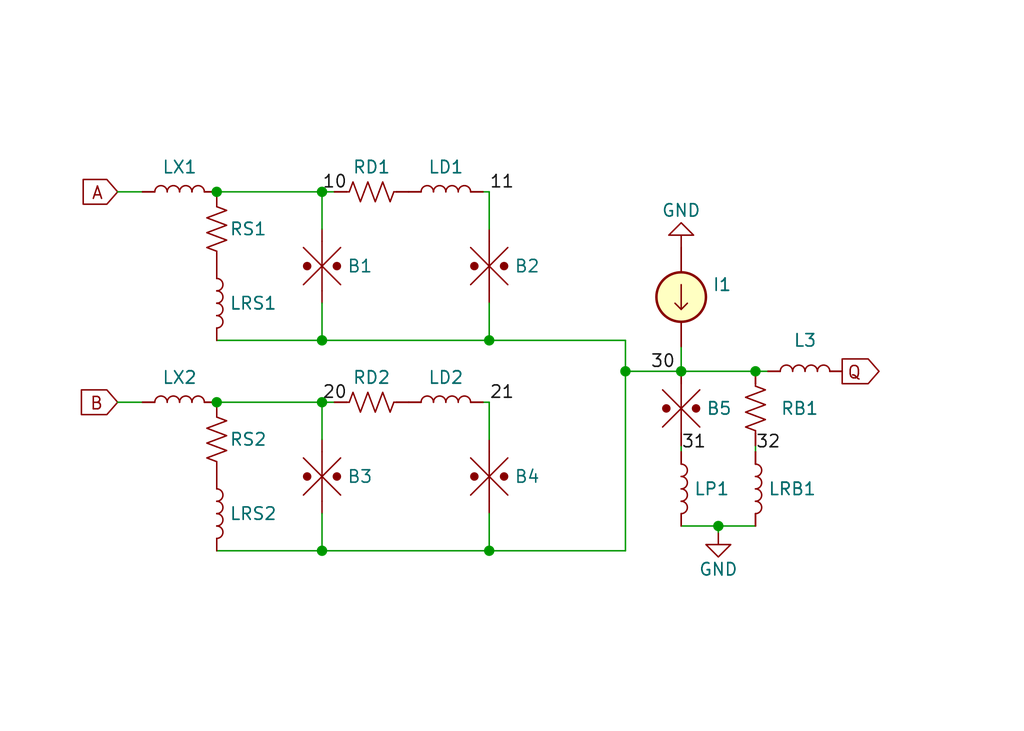
<source format=kicad_sch>
(kicad_sch (version 20211123) (generator eeschema)
  (paper "User" 105.004 75.0062)
  (lib_symbols
    (symbol "Superconductors:Current_Source" (pin_numbers hide) (pin_names (offset 0.0254))
      (property "Reference" "I" (at 3.175 1.27 0))
      (symbol "Current_Source_0_1"
        (polyline (pts (xy 0 -1.27) (xy 0 1.27)))
        (polyline (pts (xy -0.635 -0.635) (xy 0 -1.27) (xy 0.635 -0.635)))
        (circle (center 0 0) (radius 2.54) (stroke (width 0.254)) (fill (type background)))
      )
      (symbol "Current_Source_1_1"
        (pin passive line (at 0 5.08 270) (length 2.54) (name "~") (number "1"))
        (pin passive line (at 0 -5.08 90) (length 2.54) (name "~") (number "2"))
      )
    )
    (symbol "Superconductors:Inductor" (pin_numbers hide) (pin_names (offset 1.016) hide)
      (property "Reference" "L" (at 0 2.032 0))
      (symbol "Inductor_0_1"
        (arc (start -1.27 0) (mid -1.905 0.635) (end -2.54 0))
        (arc (start 0 0) (mid -0.635 0.635) (end -1.27 0))
        (arc (start 1.27 0) (mid 0.635 0.635) (end 0 0))
        (arc (start 2.54 0) (mid 1.905 0.635) (end 1.27 0))
      )
      (symbol "Inductor_1_1"
        (pin passive line (at -3.81 0 0) (length 1.27) (name "1") (number "1"))
        (pin passive line (at 3.81 0 180) (length 1.27) (name "2") (number "2"))
      )
    )
    (symbol "Superconductors:Resistor" (pin_numbers hide) (pin_names (offset 0))
      (property "Reference" "R" (at 2.54 0 90))
      (symbol "Resistor_0_1"
        (polyline (pts (xy 0 -2.286) (xy 0 -2.54)))
        (polyline (pts (xy 0 2.286) (xy 0 2.54)))
        (polyline (pts (xy 0 -0.762) (xy 1.016 -1.143) (xy 0 -1.524) (xy -1.016 -1.905) (xy 0 -2.286)))
        (polyline (pts (xy 0 0.762) (xy 1.016 0.381) (xy 0 0) (xy -1.016 -0.381) (xy 0 -0.762)))
        (polyline (pts (xy 0 2.286) (xy 1.016 1.905) (xy 0 1.524) (xy -1.016 1.143) (xy 0 0.762)))
      )
      (symbol "Resistor_1_1"
        (pin passive line (at 0 3.81 270) (length 1.27) (name "~") (number "1"))
        (pin passive line (at 0 -3.81 90) (length 1.27) (name "~") (number "2"))
      )
    )
    (symbol "Superconductors:jjmit" (pin_numbers hide) (pin_names (offset 0))
      (property "Reference" "B" (at 3.175 0 90))
      (symbol "jjmit_0_1"
        (circle (center -1.524 0) (radius 0.3592) (fill (type outline)))
        (polyline (pts (xy -1.905 -1.905) (xy 1.905 1.905)))
        (polyline (pts (xy -1.905 1.905) (xy 1.905 -1.905)))
        (polyline (pts (xy 0 -2.54) (xy 0 2.54)))
        (circle (center 1.524 0) (radius 0.3592) (fill (type outline)))
      )
      (symbol "jjmit_1_1"
        (pin passive line (at 0 3.81 270) (length 1.27) (name "~") (number "1"))
        (pin passive line (at 0 -3.81 90) (length 1.27) (name "~") (number "2"))
      )
    )
    (symbol "jjmit_1" (pin_numbers hide) (pin_names (offset 0))
      (property "Reference" "B" (at 3.175 0 90))
      (symbol "jjmit_1_0_1"
        (circle (center -1.524 0) (radius 0.3592) (fill (type outline)))
        (polyline (pts (xy -1.905 -1.905) (xy 1.905 1.905)))
        (polyline (pts (xy -1.905 1.905) (xy 1.905 -1.905)))
        (polyline (pts (xy 0 -2.54) (xy 0 2.54)))
        (circle (center 1.524 0) (radius 0.3592) (fill (type outline)))
      )
      (symbol "jjmit_1_1_1"
        (pin passive line (at 0 3.81 270) (length 1.27) (name "~") (number "1"))
        (pin passive line (at 0 -3.81 90) (length 1.27) (name "~") (number "2"))
      )
    )
    (symbol "power:GND" (power) (pin_names (offset 0))
      (property "Value" "GND" (at 0 -3.81 0))
      (symbol "GND_0_1"
        (polyline (pts (xy 0 0) (xy 0 -1.27) (xy 1.27 -1.27) (xy 0 -2.54) (xy -1.27 -1.27) (xy 0 -1.27)))
      )
      (symbol "GND_1_1"
        (pin power_in line (at 0 0 270) (length 0) hide (name "GND") (number "1"))
      )
    )
  )
  (junction (at 77.47 38.1))
  (junction (at 69.85 38.1))
  (junction (at 50.165 56.515))
  (junction (at 73.66 53.975))
  (junction (at 33.02 19.685))
  (junction (at 33.02 41.275))
  (junction (at 22.225 19.685))
  (junction (at 64.135 38.1))
  (junction (at 50.165 34.925))
  (junction (at 33.02 34.925))
  (junction (at 33.02 56.515))
  (junction (at 22.225 41.275))
  (wire (pts (xy 73.66 53.975) (xy 77.47 53.975)))
  (wire (pts (xy 64.135 34.925) (xy 64.135 38.1)))
  (wire (pts (xy 77.47 46.355) (xy 77.47 45.72)))
  (wire (pts (xy 69.85 38.1) (xy 77.47 38.1)))
  (wire (pts (xy 50.165 41.275) (xy 50.165 45.085)))
  (wire (pts (xy 12.065 19.685) (xy 14.605 19.685)))
  (wire (pts (xy 49.53 19.685) (xy 50.165 19.685)))
  (wire (pts (xy 50.165 19.685) (xy 50.165 23.495)))
  (wire (pts (xy 64.135 56.515) (xy 50.165 56.515)))
  (wire (pts (xy 50.165 34.925) (xy 64.135 34.925)))
  (wire (pts (xy 77.47 38.1) (xy 78.74 38.1)))
  (wire (pts (xy 33.02 56.515) (xy 50.165 56.515)))
  (wire (pts (xy 34.29 41.275) (xy 33.02 41.275)))
  (wire (pts (xy 50.165 52.705) (xy 50.165 56.515)))
  (wire (pts (xy 49.53 41.275) (xy 50.165 41.275)))
  (wire (pts (xy 22.225 34.925) (xy 33.02 34.925)))
  (wire (pts (xy 50.165 31.115) (xy 50.165 34.925)))
  (wire (pts (xy 22.225 41.275) (xy 33.02 41.275)))
  (wire (pts (xy 33.02 41.275) (xy 33.02 45.085)))
  (wire (pts (xy 73.66 54.61) (xy 73.66 53.975)))
  (wire (pts (xy 69.85 46.355) (xy 69.85 45.72)))
  (wire (pts (xy 33.02 52.705) (xy 33.02 56.515)))
  (wire (pts (xy 22.225 19.685) (xy 33.02 19.685)))
  (wire (pts (xy 33.02 19.685) (xy 33.02 23.495)))
  (wire (pts (xy 34.29 19.685) (xy 33.02 19.685)))
  (wire (pts (xy 33.02 31.115) (xy 33.02 34.925)))
  (wire (pts (xy 69.85 53.975) (xy 73.66 53.975)))
  (wire (pts (xy 12.065 41.275) (xy 14.605 41.275)))
  (wire (pts (xy 33.02 34.925) (xy 50.165 34.925)))
  (wire (pts (xy 64.135 56.515) (xy 64.135 38.1)))
  (wire (pts (xy 64.135 38.1) (xy 69.85 38.1)))
  (wire (pts (xy 69.85 38.1) (xy 69.85 35.56)))
  (wire (pts (xy 22.225 56.515) (xy 33.02 56.515)))
  (label "32" (at 77.47 46.355 0))
  (label "11" (at 50.165 19.685 0))
  (label "20" (at 33.02 41.275 0))
  (label "21" (at 50.165 41.275 0))
  (label "30" (at 66.675 38.1 0))
  (label "10" (at 33.02 19.685 0))
  (label "31" (at 69.85 46.355 0))
  (global_label "Q" (shape output) (at 86.36 38.1 0) (property "Intersheet References" "${INTERSHEET_REFS}" (effects hide)))
  (global_label "B" (shape input) (at 12.065 41.275 180) (property "Intersheet References" "${INTERSHEET_REFS}" (effects hide)))
  (global_label "A" (shape input) (at 12.065 19.685 180) (property "Intersheet References" "${INTERSHEET_REFS}" (effects hide)))
  (symbol (lib_id "power:GND") (at 69.85 25.4 180) (unit 1)
    (property "Reference" "#PWR01" (effects hide))
    (property "Value" "GND" (at 69.85 21.59 0))
  )
  (symbol (lib_id "Superconductors:jjmit") (at 50.165 27.305 180) (unit 1)
    (property "Reference" "B2" (at 52.705 27.3049 0) (effects (justify right)))
    (property "Value" "jjmit" (effects hide))
  )
  (symbol (lib_id "Superconductors:Inductor") (at 77.47 50.165 270) (unit 1)
    (property "Reference" "LRB1" (at 78.74 50.1649 90) (effects (justify left)))
    (property "Value" "Inductor" (effects hide))
  )
  (symbol (lib_id "Superconductors:Inductor") (at 45.72 41.275 0) (unit 1)
    (property "Reference" "LD2" (at 45.72 38.735 0))
    (property "Value" "Inductor" (effects hide))
  )
  (symbol (lib_id "Superconductors:Inductor") (at 22.225 52.705 270) (unit 1)
    (property "Reference" "LRS2" (at 23.495 52.705 90) (effects (justify left)))
    (property "Value" "Inductor" (effects hide))
  )
  (symbol (lib_id "Superconductors:Resistor") (at 22.225 23.495 0) (unit 1)
    (property "Reference" "RS1" (at 23.495 23.495 0) (effects (justify left)))
    (property "Value" "Resistor" (effects hide))
  )
  (symbol (lib_id "power:GND") (at 73.66 54.61 0) (unit 1)
    (property "Reference" "#PWR02" (effects hide))
    (property "Value" "GND" (at 73.66 58.42 0))
  )
  (symbol (lib_id "Superconductors:jjmit") (at 50.165 48.895 180) (unit 1)
    (property "Reference" "B4" (at 52.705 48.8949 0) (effects (justify right)))
    (property "Value" "jjmit" (effects hide))
  )
  (symbol (lib_id "Superconductors:Inductor") (at 22.225 31.115 270) (unit 1)
    (property "Reference" "LRS1" (at 23.495 31.115 90) (effects (justify left)))
    (property "Value" "Inductor" (effects hide))
  )
  (symbol (lib_id "Superconductors:Inductor") (at 82.55 38.1 0) (unit 1)
    (property "Reference" "L3" (at 82.55 34.925 0))
    (property "Value" "Inductor" (effects hide))
  )
  (symbol (lib_id "Superconductors:Resistor") (at 38.1 19.685 270) (unit 1)
    (property "Reference" "RD1" (at 38.1 17.145 90))
    (property "Value" "Resistor" (effects hide))
  )
  (symbol (lib_id "Superconductors:Inductor") (at 18.415 41.275 0) (unit 1)
    (property "Reference" "LX2" (at 18.415 38.735 0))
    (property "Value" "Inductor" (effects hide))
  )
  (symbol (lib_id "Superconductors:Resistor") (at 22.225 45.085 0) (unit 1)
    (property "Reference" "RS2" (at 23.495 45.085 0) (effects (justify left)))
    (property "Value" "Resistor" (effects hide))
  )
  (symbol (lib_id "Superconductors:Current_Source") (at 69.85 30.48 0) (unit 1)
    (property "Reference" "I1" (at 73.025 29.21 0) (effects (justify left)))
    (property "Value" "Current_Source" (effects hide))
    (property "Spice_Netlist_Enabled" "Y" (effects hide))
    (property "Spice_Primitive" "I" (effects hide))
    (property "Spice_Model" "pwl(0 0 5p REF)" (effects hide))
  )
  (symbol (lib_id "Superconductors:Inductor") (at 69.85 50.165 270) (unit 1)
    (property "Reference" "LP1" (at 71.12 50.1649 90) (effects (justify left)))
    (property "Value" "Inductor" (effects hide))
  )
  (symbol (lib_id "Superconductors:Inductor") (at 45.72 19.685 0) (unit 1)
    (property "Reference" "LD1" (at 45.72 17.145 0))
    (property "Value" "Inductor" (effects hide))
  )
  (symbol (lib_name "jjmit_1") (lib_id "Superconductors:jjmit") (at 33.02 48.895 180) (unit 1)
    (property "Reference" "B3" (at 35.56 48.895 0) (effects (justify right)))
    (property "Value" "jjmit" (effects hide))
  )
  (symbol (lib_name "jjmit_1") (lib_id "Superconductors:jjmit") (at 69.85 41.91 180) (unit 1)
    (property "Reference" "B5" (at 72.39 41.9099 0) (effects (justify right)))
    (property "Value" "jjmit" (effects hide))
  )
  (symbol (lib_name "jjmit_1") (lib_id "Superconductors:jjmit") (at 33.02 27.305 180) (unit 1)
    (property "Reference" "B1" (at 35.56 27.305 0) (effects (justify right)))
    (property "Value" "jjmit" (effects hide))
  )
  (symbol (lib_id "Superconductors:Resistor") (at 38.1 41.275 270) (unit 1)
    (property "Reference" "RD2" (at 38.1 38.735 90))
    (property "Value" "Resistor" (effects hide))
  )
  (symbol (lib_id "Superconductors:Resistor") (at 77.47 41.91 0) (unit 1)
    (property "Reference" "RB1" (at 80.01 41.9099 0) (effects (justify left)))
    (property "Value" "Resistor" (effects hide))
  )
  (symbol (lib_id "Superconductors:Inductor") (at 18.415 19.685 0) (unit 1)
    (property "Reference" "LX1" (at 18.415 17.145 0))
    (property "Value" "Inductor" (effects hide))
  )
)
</source>
